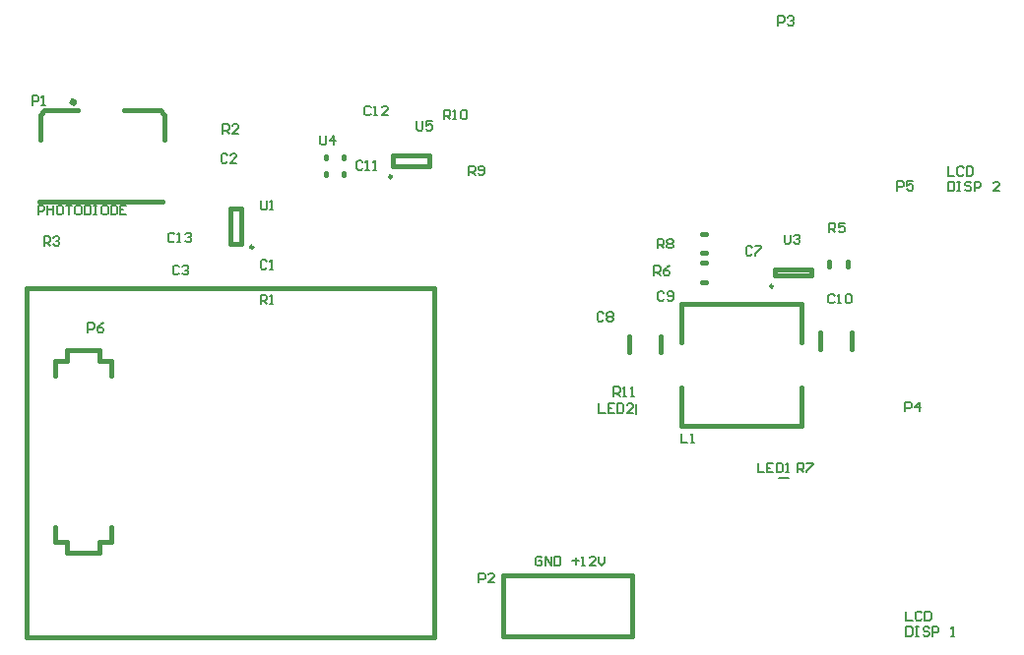
<source format=gto>
G04*
G04 #@! TF.GenerationSoftware,Altium Limited,Altium Designer,18.0.12 (696)*
G04*
G04 Layer_Color=65535*
%FSLAX25Y25*%
%MOIN*%
G70*
G01*
G75*
%ADD10C,0.00984*%
%ADD11C,0.01968*%
%ADD12C,0.00394*%
%ADD13C,0.00591*%
%ADD14C,0.01575*%
D10*
X242520Y109055D02*
G03*
X242520Y109055I-492J0D01*
G01*
X66535Y122335D02*
G03*
X66535Y122335I-492J0D01*
G01*
X113484Y146161D02*
G03*
X113484Y146161I-492J0D01*
G01*
D11*
X6004Y171457D02*
G03*
X6004Y171457I-394J0D01*
G01*
D12*
X96472Y154791D02*
G03*
X96472Y154791I-197J0D01*
G01*
D13*
X244369Y44227D02*
X247953D01*
X196210Y65661D02*
Y69245D01*
X287598Y-1105D02*
Y-4253D01*
X289698D01*
X292846Y-1629D02*
X292321Y-1105D01*
X291272D01*
X290747Y-1629D01*
Y-3729D01*
X291272Y-4253D01*
X292321D01*
X292846Y-3729D01*
X293896Y-1105D02*
Y-4253D01*
X295470D01*
X295995Y-3729D01*
Y-1629D01*
X295470Y-1105D01*
X293896D01*
X287598Y-6300D02*
Y-9449D01*
X289173D01*
X289698Y-8924D01*
Y-6825D01*
X289173Y-6300D01*
X287598D01*
X290747D02*
X291796D01*
X291272D01*
Y-9449D01*
X290747D01*
X291796D01*
X295470Y-6825D02*
X294945Y-6300D01*
X293896D01*
X293371Y-6825D01*
Y-7350D01*
X293896Y-7875D01*
X294945D01*
X295470Y-8399D01*
Y-8924D01*
X294945Y-9449D01*
X293896D01*
X293371Y-8924D01*
X296519Y-9449D02*
Y-6300D01*
X298094D01*
X298619Y-6825D01*
Y-7875D01*
X298094Y-8399D01*
X296519D01*
X302817Y-9449D02*
X303866D01*
X303341D01*
Y-6300D01*
X302817Y-6825D01*
X-6298Y133366D02*
Y136515D01*
X-4723D01*
X-4199Y135990D01*
Y134940D01*
X-4723Y134416D01*
X-6298D01*
X-3149Y136515D02*
Y133366D01*
Y134940D01*
X-1050D01*
Y136515D01*
Y133366D01*
X1574Y136515D02*
X524D01*
X-0Y135990D01*
Y133891D01*
X524Y133366D01*
X1574D01*
X2098Y133891D01*
Y135990D01*
X1574Y136515D01*
X3148D02*
X5247D01*
X4198D01*
Y133366D01*
X7871Y136515D02*
X6821D01*
X6297Y135990D01*
Y133891D01*
X6821Y133366D01*
X7871D01*
X8396Y133891D01*
Y135990D01*
X7871Y136515D01*
X9445D02*
Y133366D01*
X11020D01*
X11544Y133891D01*
Y135990D01*
X11020Y136515D01*
X9445D01*
X12594D02*
X13643D01*
X13119D01*
Y133366D01*
X12594D01*
X13643D01*
X16792Y136515D02*
X15742D01*
X15218Y135990D01*
Y133891D01*
X15742Y133366D01*
X16792D01*
X17317Y133891D01*
Y135990D01*
X16792Y136515D01*
X18366D02*
Y133366D01*
X19940D01*
X20465Y133891D01*
Y135990D01*
X19940Y136515D01*
X18366D01*
X23614D02*
X21515D01*
Y133366D01*
X23614D01*
X21515Y134940D02*
X22564D01*
X301772Y149683D02*
Y146534D01*
X303871D01*
X307019Y149158D02*
X306494Y149683D01*
X305445D01*
X304920Y149158D01*
Y147059D01*
X305445Y146534D01*
X306494D01*
X307019Y147059D01*
X308069Y149683D02*
Y146534D01*
X309643D01*
X310168Y147059D01*
Y149158D01*
X309643Y149683D01*
X308069D01*
X301772Y144487D02*
Y141339D01*
X303346D01*
X303871Y141863D01*
Y143962D01*
X303346Y144487D01*
X301772D01*
X304920D02*
X305970D01*
X305445D01*
Y141339D01*
X304920D01*
X305970D01*
X309643Y143962D02*
X309118Y144487D01*
X308069D01*
X307544Y143962D01*
Y143438D01*
X308069Y142913D01*
X309118D01*
X309643Y142388D01*
Y141863D01*
X309118Y141339D01*
X308069D01*
X307544Y141863D01*
X310693Y141339D02*
Y144487D01*
X312267D01*
X312792Y143962D01*
Y142913D01*
X312267Y142388D01*
X310693D01*
X319089Y141339D02*
X316990D01*
X319089Y143438D01*
Y143962D01*
X318564Y144487D01*
X317515D01*
X316990Y143962D01*
X164296Y16994D02*
X163771Y17519D01*
X162722D01*
X162197Y16994D01*
Y14895D01*
X162722Y14370D01*
X163771D01*
X164296Y14895D01*
Y15944D01*
X163246D01*
X165345Y14370D02*
Y17519D01*
X167445Y14370D01*
Y17519D01*
X168494D02*
Y14370D01*
X170068D01*
X170593Y14895D01*
Y16994D01*
X170068Y17519D01*
X168494D01*
X174606Y15944D02*
X176705D01*
X175656Y16994D02*
Y14895D01*
X177755Y14370D02*
X178804D01*
X178280D01*
Y17519D01*
X177755Y16994D01*
X182478Y14370D02*
X180379D01*
X182478Y16469D01*
Y16994D01*
X181953Y17519D01*
X180903D01*
X180379Y16994D01*
X183527Y17519D02*
Y15420D01*
X184577Y14370D01*
X185626Y15420D01*
Y17519D01*
X237393Y49113D02*
Y45965D01*
X239493D01*
X242641Y49113D02*
X240542D01*
Y45965D01*
X242641D01*
X240542Y47539D02*
X241592D01*
X243691Y49113D02*
Y45965D01*
X245265D01*
X245790Y46489D01*
Y48588D01*
X245265Y49113D01*
X243691D01*
X246839Y45965D02*
X247889D01*
X247364D01*
Y49113D01*
X246839Y48588D01*
X250787Y45965D02*
Y49113D01*
X252362D01*
X252887Y48588D01*
Y47539D01*
X252362Y47014D01*
X250787D01*
X251837D02*
X252887Y45965D01*
X253936Y49113D02*
X256035D01*
Y48588D01*
X253936Y46489D01*
Y45965D01*
X188583Y71850D02*
Y74999D01*
X190157D01*
X190682Y74474D01*
Y73425D01*
X190157Y72900D01*
X188583D01*
X189632D02*
X190682Y71850D01*
X191731D02*
X192781D01*
X192256D01*
Y74999D01*
X191731Y74474D01*
X194355Y71850D02*
X195405D01*
X194880D01*
Y74999D01*
X194355Y74474D01*
X183563Y69290D02*
Y66142D01*
X185662D01*
X188811Y69290D02*
X186712D01*
Y66142D01*
X188811D01*
X186712Y67716D02*
X187761D01*
X189860Y69290D02*
Y66142D01*
X191435D01*
X191959Y66667D01*
Y68766D01*
X191435Y69290D01*
X189860D01*
X195108Y66142D02*
X193009D01*
X195108Y68241D01*
Y68766D01*
X194583Y69290D01*
X193534D01*
X193009Y68766D01*
X39859Y126640D02*
X39334Y127164D01*
X38285D01*
X37760Y126640D01*
Y124540D01*
X38285Y124016D01*
X39334D01*
X39859Y124540D01*
X40909Y124016D02*
X41958D01*
X41433D01*
Y127164D01*
X40909Y126640D01*
X43532D02*
X44057Y127164D01*
X45107D01*
X45632Y126640D01*
Y126115D01*
X45107Y125590D01*
X44582D01*
X45107D01*
X45632Y125065D01*
Y124540D01*
X45107Y124016D01*
X44057D01*
X43532Y124540D01*
X246358Y126537D02*
Y123913D01*
X246883Y123389D01*
X247933D01*
X248457Y123913D01*
Y126537D01*
X249507Y126012D02*
X250032Y126537D01*
X251081D01*
X251606Y126012D01*
Y125488D01*
X251081Y124963D01*
X250556D01*
X251081D01*
X251606Y124438D01*
Y123913D01*
X251081Y123389D01*
X250032D01*
X249507Y123913D01*
X284646Y141535D02*
Y144684D01*
X286220D01*
X286745Y144159D01*
Y143110D01*
X286220Y142585D01*
X284646D01*
X289893Y144684D02*
X287794D01*
Y143110D01*
X288844Y143634D01*
X289369D01*
X289893Y143110D01*
Y142060D01*
X289369Y141535D01*
X288319D01*
X287794Y142060D01*
X68996Y103051D02*
Y106200D01*
X70570D01*
X71095Y105675D01*
Y104625D01*
X70570Y104101D01*
X68996D01*
X70046D02*
X71095Y103051D01*
X72145D02*
X73194D01*
X72669D01*
Y106200D01*
X72145Y105675D01*
X103575Y151174D02*
X103051Y151699D01*
X102001D01*
X101476Y151174D01*
Y149075D01*
X102001Y148550D01*
X103051D01*
X103575Y149075D01*
X104625Y148550D02*
X105675D01*
X105150D01*
Y151699D01*
X104625Y151174D01*
X107249Y148550D02*
X108298D01*
X107774D01*
Y151699D01*
X107249Y151174D01*
X69095Y138188D02*
Y135564D01*
X69619Y135039D01*
X70669D01*
X71194Y135564D01*
Y138188D01*
X72243Y135039D02*
X73293D01*
X72768D01*
Y138188D01*
X72243Y137663D01*
X10630Y93483D02*
Y96632D01*
X12204D01*
X12729Y96107D01*
Y95058D01*
X12204Y94533D01*
X10630D01*
X15878Y96632D02*
X14828Y96107D01*
X13779Y95058D01*
Y94008D01*
X14303Y93483D01*
X15353D01*
X15878Y94008D01*
Y94533D01*
X15353Y95058D01*
X13779D01*
X71095Y117523D02*
X70570Y118047D01*
X69521D01*
X68996Y117523D01*
Y115424D01*
X69521Y114899D01*
X70570D01*
X71095Y115424D01*
X72145Y114899D02*
X73194D01*
X72669D01*
Y118047D01*
X72145Y117523D01*
X57826Y153510D02*
X57301Y154034D01*
X56252D01*
X55727Y153510D01*
Y151411D01*
X56252Y150886D01*
X57301D01*
X57826Y151411D01*
X60975Y150886D02*
X58876D01*
X60975Y152985D01*
Y153510D01*
X60450Y154034D01*
X59400D01*
X58876Y153510D01*
X41469Y115616D02*
X40944Y116141D01*
X39895D01*
X39370Y115616D01*
Y113517D01*
X39895Y112992D01*
X40944D01*
X41469Y113517D01*
X42519Y115616D02*
X43043Y116141D01*
X44093D01*
X44618Y115616D01*
Y115091D01*
X44093Y114566D01*
X43568D01*
X44093D01*
X44618Y114042D01*
Y113517D01*
X44093Y112992D01*
X43043D01*
X42519Y113517D01*
X235465Y122112D02*
X234940Y122637D01*
X233891D01*
X233366Y122112D01*
Y120013D01*
X233891Y119488D01*
X234940D01*
X235465Y120013D01*
X236515Y122637D02*
X238614D01*
Y122112D01*
X236515Y120013D01*
Y119488D01*
X205642Y106848D02*
X205118Y107373D01*
X204068D01*
X203543Y106848D01*
Y104749D01*
X204068Y104224D01*
X205118D01*
X205642Y104749D01*
X206692D02*
X207217Y104224D01*
X208266D01*
X208791Y104749D01*
Y106848D01*
X208266Y107373D01*
X207217D01*
X206692Y106848D01*
Y106324D01*
X207217Y105799D01*
X208791D01*
X263319Y105872D02*
X262795Y106397D01*
X261745D01*
X261221Y105872D01*
Y103773D01*
X261745Y103248D01*
X262795D01*
X263319Y103773D01*
X264369Y103248D02*
X265419D01*
X264894D01*
Y106397D01*
X264369Y105872D01*
X266993D02*
X267518Y106397D01*
X268567D01*
X269092Y105872D01*
Y103773D01*
X268567Y103248D01*
X267518D01*
X266993Y103773D01*
Y105872D01*
X106331Y169651D02*
X105807Y170176D01*
X104757D01*
X104232Y169651D01*
Y167552D01*
X104757Y167028D01*
X105807D01*
X106331Y167552D01*
X107381Y167028D02*
X108430D01*
X107906D01*
Y170176D01*
X107381Y169651D01*
X112104Y167028D02*
X110005D01*
X112104Y169127D01*
Y169651D01*
X111579Y170176D01*
X110529D01*
X110005Y169651D01*
X211516Y59153D02*
Y56004D01*
X213615D01*
X214664D02*
X215714D01*
X215189D01*
Y59153D01*
X214664Y58628D01*
X142913Y8661D02*
Y11810D01*
X144488D01*
X145012Y11285D01*
Y10236D01*
X144488Y9711D01*
X142913D01*
X148161Y8661D02*
X146062D01*
X148161Y10761D01*
Y11285D01*
X147636Y11810D01*
X146587D01*
X146062Y11285D01*
X244291Y197441D02*
Y200589D01*
X245866D01*
X246390Y200065D01*
Y199015D01*
X245866Y198491D01*
X244291D01*
X247440Y200065D02*
X247965Y200589D01*
X249014D01*
X249539Y200065D01*
Y199540D01*
X249014Y199015D01*
X248489D01*
X249014D01*
X249539Y198491D01*
Y197966D01*
X249014Y197441D01*
X247965D01*
X247440Y197966D01*
X287303Y66634D02*
Y69782D01*
X288877D01*
X289402Y69258D01*
Y68208D01*
X288877Y67683D01*
X287303D01*
X292026Y66634D02*
Y69782D01*
X290452Y68208D01*
X292551D01*
X56299Y160782D02*
Y163931D01*
X57873D01*
X58398Y163406D01*
Y162357D01*
X57873Y161832D01*
X56299D01*
X57349D02*
X58398Y160782D01*
X61547D02*
X59448D01*
X61547Y162882D01*
Y163406D01*
X61022Y163931D01*
X59973D01*
X59448Y163406D01*
X261516Y127362D02*
Y130511D01*
X263090D01*
X263615Y129986D01*
Y128937D01*
X263090Y128412D01*
X261516D01*
X262565D02*
X263615Y127362D01*
X266763Y130511D02*
X264664D01*
Y128937D01*
X265714Y129461D01*
X266239D01*
X266763Y128937D01*
Y127887D01*
X266239Y127362D01*
X265189D01*
X264664Y127887D01*
X202264Y112795D02*
Y115944D01*
X203838D01*
X204363Y115419D01*
Y114370D01*
X203838Y113845D01*
X202264D01*
X203313D02*
X204363Y112795D01*
X207511Y115944D02*
X206462Y115419D01*
X205412Y114370D01*
Y113320D01*
X205937Y112795D01*
X206987D01*
X207511Y113320D01*
Y113845D01*
X206987Y114370D01*
X205412D01*
X203445Y121949D02*
Y125097D01*
X205019D01*
X205544Y124573D01*
Y123523D01*
X205019Y122998D01*
X203445D01*
X204494D02*
X205544Y121949D01*
X206593Y124573D02*
X207118Y125097D01*
X208168D01*
X208693Y124573D01*
Y124048D01*
X208168Y123523D01*
X208693Y122998D01*
Y122474D01*
X208168Y121949D01*
X207118D01*
X206593Y122474D01*
Y122998D01*
X207118Y123523D01*
X206593Y124048D01*
Y124573D01*
X207118Y123523D02*
X208168D01*
X139567Y146724D02*
Y149873D01*
X141141D01*
X141666Y149348D01*
Y148299D01*
X141141Y147774D01*
X139567D01*
X140617D02*
X141666Y146724D01*
X142716Y147249D02*
X143240Y146724D01*
X144290D01*
X144815Y147249D01*
Y149348D01*
X144290Y149873D01*
X143240D01*
X142716Y149348D01*
Y148823D01*
X143240Y148299D01*
X144815D01*
X131102Y165650D02*
Y168798D01*
X132677D01*
X133201Y168273D01*
Y167224D01*
X132677Y166699D01*
X131102D01*
X132152D02*
X133201Y165650D01*
X134251D02*
X135301D01*
X134776D01*
Y168798D01*
X134251Y168273D01*
X136875D02*
X137399Y168798D01*
X138449D01*
X138974Y168273D01*
Y166174D01*
X138449Y165650D01*
X137399D01*
X136875Y166174D01*
Y168273D01*
X89173Y160137D02*
Y157513D01*
X89698Y156988D01*
X90747D01*
X91272Y157513D01*
Y160137D01*
X93896Y156988D02*
Y160137D01*
X92322Y158563D01*
X94421D01*
X121850Y165058D02*
Y162434D01*
X122375Y161909D01*
X123425D01*
X123950Y162434D01*
Y165058D01*
X127098D02*
X124999D01*
Y163484D01*
X126049Y164008D01*
X126573D01*
X127098Y163484D01*
Y162434D01*
X126573Y161909D01*
X125524D01*
X124999Y162434D01*
X185170Y99770D02*
X184645Y100294D01*
X183596D01*
X183071Y99770D01*
Y97670D01*
X183596Y97146D01*
X184645D01*
X185170Y97670D01*
X186220Y99770D02*
X186744Y100294D01*
X187794D01*
X188319Y99770D01*
Y99245D01*
X187794Y98720D01*
X188319Y98195D01*
Y97670D01*
X187794Y97146D01*
X186744D01*
X186220Y97670D01*
Y98195D01*
X186744Y98720D01*
X186220Y99245D01*
Y99770D01*
X186744Y98720D02*
X187794D01*
X-4331Y122835D02*
Y125983D01*
X-2756D01*
X-2232Y125459D01*
Y124409D01*
X-2756Y123884D01*
X-4331D01*
X-3281D02*
X-2232Y122835D01*
X-1182Y125459D02*
X-657Y125983D01*
X392D01*
X917Y125459D01*
Y124934D01*
X392Y124409D01*
X-133D01*
X392D01*
X917Y123884D01*
Y123359D01*
X392Y122835D01*
X-657D01*
X-1182Y123359D01*
X-8169Y170571D02*
Y173720D01*
X-6595D01*
X-6070Y173195D01*
Y172145D01*
X-6595Y171620D01*
X-8169D01*
X-5021Y170571D02*
X-3971D01*
X-4496D01*
Y173720D01*
X-5021Y173195D01*
D14*
X243110Y114764D02*
X255315D01*
X243110Y112795D02*
X255315D01*
Y114764D01*
X243110Y112795D02*
Y114764D01*
X151064Y-9646D02*
X166142D01*
X151064D02*
Y11220D01*
X194664Y-9646D02*
Y11220D01*
X151064D02*
X194664D01*
X162205Y-9646D02*
X194664D01*
X18504Y22441D02*
Y27559D01*
X-394Y22441D02*
Y27559D01*
X18504Y78740D02*
Y83858D01*
X-394Y78740D02*
Y83858D01*
X3543Y18898D02*
X14567D01*
X-394Y22441D02*
X3543D01*
X14567Y18898D02*
Y22441D01*
X18504D01*
X3543Y18898D02*
Y22441D01*
X14567Y83858D02*
Y87402D01*
X-394Y83858D02*
X3543D01*
Y87402D01*
X14567Y83858D02*
X18504D01*
X3543Y87402D02*
X14567D01*
X58661Y123319D02*
X62598D01*
X58661Y135524D02*
X62598D01*
Y123319D02*
Y135524D01*
X58661Y123319D02*
Y135524D01*
X211491Y61614D02*
X252042D01*
X211491Y102953D02*
X252042D01*
Y61614D02*
Y74606D01*
X211491Y61614D02*
Y74606D01*
X252042Y89961D02*
Y102953D01*
X211491Y89961D02*
Y102953D01*
X218381Y126767D02*
X219955D01*
X218381Y120271D02*
X219955D01*
X193898Y86614D02*
Y92126D01*
X204528Y86614D02*
Y92126D01*
X269094Y87795D02*
Y93307D01*
X258465Y87795D02*
Y93307D01*
X261319Y115748D02*
Y117323D01*
X267815Y115748D02*
Y117323D01*
X218381Y110531D02*
X219955D01*
X218381Y117028D02*
X219955D01*
X113976Y153543D02*
X126181D01*
X113976Y149606D02*
X126181D01*
Y153543D01*
X113976Y149606D02*
Y153543D01*
X-5807Y137795D02*
X35728D01*
X36614Y158760D02*
Y167224D01*
X22835Y168701D02*
X35138D01*
X36614Y167224D01*
X-4134Y168701D02*
X7087D01*
X-5610Y158858D02*
Y167224D01*
X-4134Y168701D01*
X97146Y152437D02*
Y153224D01*
X91043Y152437D02*
Y153224D01*
Y146728D02*
Y147516D01*
X97146Y146728D02*
Y147516D01*
X-10138Y-9843D02*
X127657D01*
Y108268D01*
X-10138D02*
X127657D01*
X-10138Y-9843D02*
Y108268D01*
M02*

</source>
